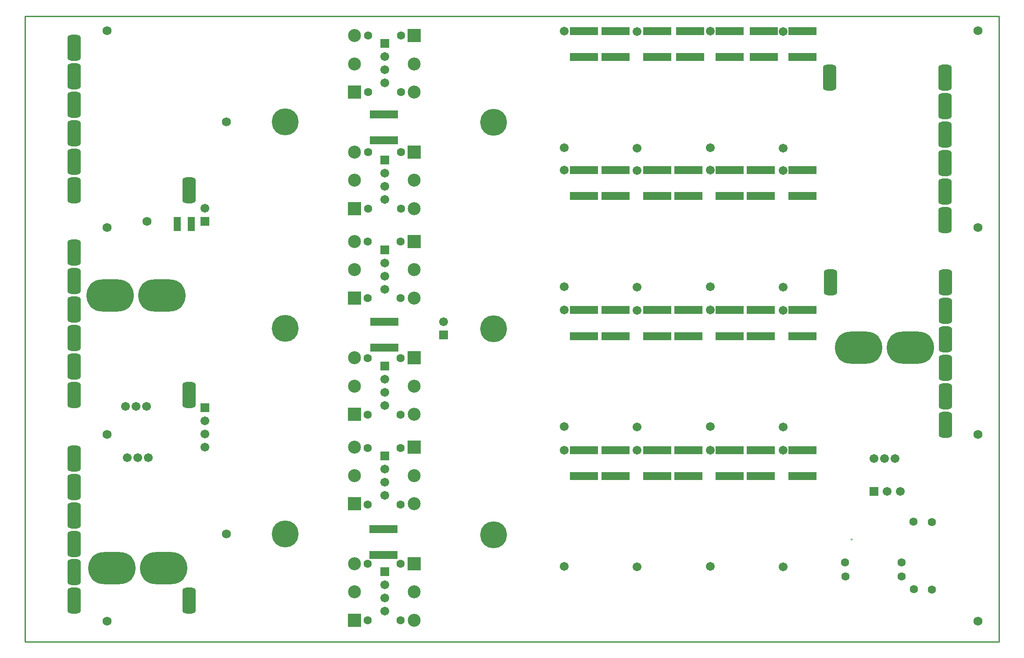
<source format=gbs>
G04 Layer_Color=16711935*
%FSLAX44Y44*%
%MOMM*%
G71*
G01*
G75*
%ADD13C,0.2540*%
%ADD18C,0.1000*%
%ADD39C,1.7272*%
%ADD40C,1.6032*%
%ADD41R,1.7032X1.7032*%
%ADD42C,1.7032*%
G04:AMPARAMS|DCode=43|XSize=5.0032mm|YSize=2.6032mm|CornerRadius=0.7016mm|HoleSize=0mm|Usage=FLASHONLY|Rotation=270.000|XOffset=0mm|YOffset=0mm|HoleType=Round|Shape=RoundedRectangle|*
%AMROUNDEDRECTD43*
21,1,5.0032,1.2000,0,0,270.0*
21,1,3.6000,2.6032,0,0,270.0*
1,1,1.4032,-0.6000,-1.8000*
1,1,1.4032,-0.6000,1.8000*
1,1,1.4032,0.6000,1.8000*
1,1,1.4032,0.6000,-1.8000*
%
%ADD43ROUNDEDRECTD43*%
%ADD44R,1.7032X1.7032*%
%ADD45O,9.2032X6.2032*%
%ADD46C,5.2032*%
%ADD47C,2.5032*%
%ADD48R,2.5032X2.5032*%
%ADD49R,5.4032X1.6032*%
%ADD50R,1.4032X2.7032*%
D13*
X0Y1207700D02*
X1879800D01*
Y0D02*
Y1207700D01*
X0Y0D02*
X1879800D01*
X0D02*
Y1207700D01*
D18*
X1592900Y197500D02*
X1596900D01*
X1594900Y195500D02*
Y199500D01*
D39*
X388300Y1004090D02*
D03*
X388300Y207800D02*
D03*
X1839100Y400000D02*
D03*
Y1180000D02*
D03*
X158400Y40000D02*
D03*
Y400000D02*
D03*
Y800000D02*
D03*
X1839100D02*
D03*
Y40000D02*
D03*
X158400Y1180000D02*
D03*
X235100Y811900D02*
D03*
D40*
X1750200Y100900D02*
D03*
Y231300D02*
D03*
X1714900Y101400D02*
D03*
X1714800Y232000D02*
D03*
X1582800Y126300D02*
D03*
X1691800D02*
D03*
X1582600Y152800D02*
D03*
X1691600D02*
D03*
X661000Y150300D02*
D03*
Y41300D02*
D03*
X724600Y150300D02*
D03*
Y41300D02*
D03*
Y374200D02*
D03*
Y265200D02*
D03*
X661000Y374200D02*
D03*
Y265200D02*
D03*
X725000Y547400D02*
D03*
Y438400D02*
D03*
X661400Y547400D02*
D03*
Y438400D02*
D03*
X725000Y772400D02*
D03*
Y663400D02*
D03*
X661400Y772400D02*
D03*
Y663400D02*
D03*
X725300Y945500D02*
D03*
Y836500D02*
D03*
X661700Y945500D02*
D03*
Y836500D02*
D03*
X725300Y1170600D02*
D03*
Y1061600D02*
D03*
X661700Y1170600D02*
D03*
Y1061600D02*
D03*
D41*
X1638500Y290400D02*
D03*
D42*
X1663900D02*
D03*
X1689300D02*
D03*
X347100Y836800D02*
D03*
X1678650Y353750D02*
D03*
X1658485D02*
D03*
X1638480D02*
D03*
X694400Y1130000D02*
D03*
Y1104600D02*
D03*
Y1079200D02*
D03*
Y905100D02*
D03*
Y879700D02*
D03*
Y854300D02*
D03*
Y731600D02*
D03*
Y706200D02*
D03*
Y680800D02*
D03*
Y506900D02*
D03*
Y481500D02*
D03*
Y456100D02*
D03*
Y333500D02*
D03*
Y308100D02*
D03*
Y282700D02*
D03*
Y109700D02*
D03*
Y84300D02*
D03*
Y58900D02*
D03*
X1322250Y370010D02*
D03*
Y145010D02*
D03*
X1462750Y369410D02*
D03*
Y144410D02*
D03*
X1180850Y369410D02*
D03*
Y144410D02*
D03*
X1040350Y370010D02*
D03*
Y145010D02*
D03*
X1322250Y640510D02*
D03*
Y415510D02*
D03*
X1462750Y639910D02*
D03*
Y414910D02*
D03*
X1180850Y639910D02*
D03*
Y414910D02*
D03*
X1040350Y640510D02*
D03*
Y415510D02*
D03*
X1322250Y910410D02*
D03*
Y685410D02*
D03*
X1462750Y909810D02*
D03*
Y684810D02*
D03*
X1180850Y909810D02*
D03*
Y684810D02*
D03*
X1040350Y910410D02*
D03*
Y685410D02*
D03*
X1322250Y1179010D02*
D03*
Y954010D02*
D03*
X1462750Y1178410D02*
D03*
Y953410D02*
D03*
X1180850Y1178410D02*
D03*
Y953410D02*
D03*
X1040350Y1179010D02*
D03*
Y954010D02*
D03*
X234250Y454550D02*
D03*
X214085D02*
D03*
X194080D02*
D03*
X197550Y355650D02*
D03*
X217715D02*
D03*
X237720D02*
D03*
X347100Y426200D02*
D03*
Y400800D02*
D03*
Y375400D02*
D03*
X807500Y617900D02*
D03*
D43*
X316725Y872000D02*
D03*
X94475Y872000D02*
D03*
Y927000D02*
D03*
Y1147000D02*
D03*
Y1092000D02*
D03*
Y1037000D02*
D03*
Y982000D02*
D03*
X316725Y476700D02*
D03*
X94475Y476700D02*
D03*
Y531700D02*
D03*
Y751700D02*
D03*
Y696700D02*
D03*
Y641700D02*
D03*
Y586700D02*
D03*
X316725Y79000D02*
D03*
X94475Y79000D02*
D03*
Y134000D02*
D03*
Y354000D02*
D03*
Y299000D02*
D03*
Y244000D02*
D03*
Y189000D02*
D03*
X1554075Y694100D02*
D03*
X1776325Y694100D02*
D03*
Y639100D02*
D03*
Y419100D02*
D03*
Y474100D02*
D03*
Y529100D02*
D03*
Y584100D02*
D03*
X1553075Y1089600D02*
D03*
X1775325Y1089600D02*
D03*
Y1034600D02*
D03*
Y814600D02*
D03*
Y869600D02*
D03*
Y924600D02*
D03*
Y979600D02*
D03*
D44*
X347100Y811400D02*
D03*
X694400Y1155400D02*
D03*
Y930500D02*
D03*
Y757000D02*
D03*
Y532300D02*
D03*
Y358900D02*
D03*
Y135100D02*
D03*
X347100Y451600D02*
D03*
X807500Y592500D02*
D03*
D45*
X1708650Y567750D02*
D03*
X1608320D02*
D03*
X264250Y668550D02*
D03*
X163920D02*
D03*
X167550Y141650D02*
D03*
X267880D02*
D03*
D46*
X904220Y1002820D02*
D03*
Y604040D02*
D03*
Y206530D02*
D03*
X501950Y1004090D02*
D03*
Y605310D02*
D03*
Y207800D02*
D03*
D47*
X635460Y1170350D02*
D03*
Y1115850D02*
D03*
X750710Y1061350D02*
D03*
Y1115850D02*
D03*
Y836560D02*
D03*
Y891060D02*
D03*
X635460Y375330D02*
D03*
Y320830D02*
D03*
Y150530D02*
D03*
Y96030D02*
D03*
X750710Y663840D02*
D03*
Y718340D02*
D03*
Y439050D02*
D03*
Y493550D02*
D03*
Y266330D02*
D03*
Y320830D02*
D03*
Y41540D02*
D03*
Y96040D02*
D03*
X635460Y945550D02*
D03*
Y891050D02*
D03*
Y772840D02*
D03*
Y718340D02*
D03*
Y548040D02*
D03*
Y493540D02*
D03*
D48*
Y1061350D02*
D03*
X750710Y1170350D02*
D03*
Y945560D02*
D03*
X635460Y266330D02*
D03*
Y41530D02*
D03*
X750710Y772840D02*
D03*
Y548050D02*
D03*
Y375330D02*
D03*
Y150540D02*
D03*
X635460Y836550D02*
D03*
Y663840D02*
D03*
Y439040D02*
D03*
D49*
X1078500Y319500D02*
D03*
Y369500D02*
D03*
X1139500Y319500D02*
D03*
Y369500D02*
D03*
X1220000Y319500D02*
D03*
Y369500D02*
D03*
X1280000Y319500D02*
D03*
Y369500D02*
D03*
X1360000Y319500D02*
D03*
Y369500D02*
D03*
X1420000Y319500D02*
D03*
Y369500D02*
D03*
X1500000Y319500D02*
D03*
Y369500D02*
D03*
X1078500Y590300D02*
D03*
Y640300D02*
D03*
X1139500Y590300D02*
D03*
Y640300D02*
D03*
X1220000Y590300D02*
D03*
Y640300D02*
D03*
X1280000Y590300D02*
D03*
Y640300D02*
D03*
X1360000Y590300D02*
D03*
Y640300D02*
D03*
X1500000Y590300D02*
D03*
Y640300D02*
D03*
X1078500Y860600D02*
D03*
Y910600D02*
D03*
X1139500Y860600D02*
D03*
Y910600D02*
D03*
X1220000Y860600D02*
D03*
Y910600D02*
D03*
X1280000Y860600D02*
D03*
Y910600D02*
D03*
X1360000Y860600D02*
D03*
Y910600D02*
D03*
X1420000Y860600D02*
D03*
Y910600D02*
D03*
X1500000Y860600D02*
D03*
Y910600D02*
D03*
X1078500Y1129000D02*
D03*
Y1179000D02*
D03*
X1139500Y1129000D02*
D03*
Y1179000D02*
D03*
X1220000Y1129000D02*
D03*
Y1179000D02*
D03*
X1283500Y1129000D02*
D03*
Y1179000D02*
D03*
X1360000Y1129000D02*
D03*
Y1179000D02*
D03*
X1426100Y1129000D02*
D03*
Y1179000D02*
D03*
X1500000Y1129000D02*
D03*
Y1179000D02*
D03*
X1420000Y590300D02*
D03*
Y640300D02*
D03*
X693300Y568200D02*
D03*
Y618200D02*
D03*
X691600Y167500D02*
D03*
Y217500D02*
D03*
X692300Y968400D02*
D03*
Y1018400D02*
D03*
D50*
X320900Y806700D02*
D03*
X293900D02*
D03*
M02*

</source>
